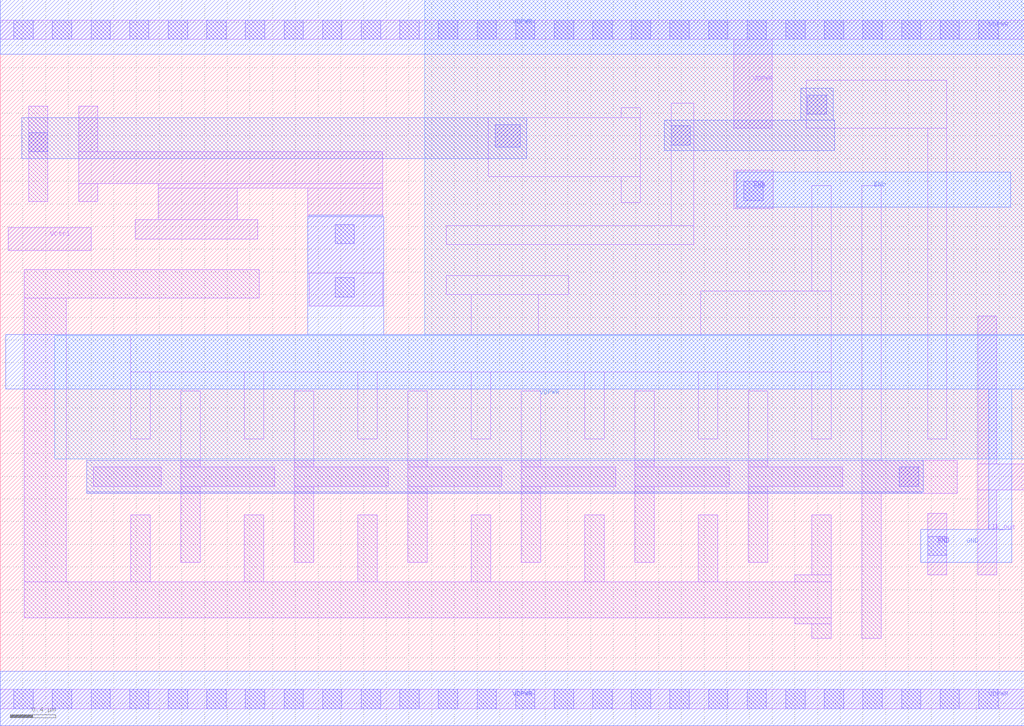
<source format=lef>
VERSION 5.7 ;
  NOWIREEXTENSIONATPIN ON ;
  DIVIDERCHAR "/" ;
  BUSBITCHARS "[]" ;
MACRO VCO
  CLASS CORE ;
  FOREIGN VCO ;
  ORIGIN 0.000 0.000 ;
  SIZE 9.020 BY 6.400 ;
  SITE unithddb1 ;
  PIN VCtrl
    DIRECTION INPUT ;
    USE SIGNAL ;
    ANTENNAGATEAREA 0.288000 ;
    PORT
      LAYER li1 ;
        RECT 0.070 4.190 0.800 4.390 ;
    END
  END VCtrl
  PIN VDPWR
    DIRECTION INOUT ;
    USE POWER ;
    PORT
      LAYER li1 ;
        RECT 0.000 0.150 9.020 0.320 ;
      LAYER mcon ;
        RECT 0.120 0.150 0.290 0.320 ;
        RECT 0.460 0.150 0.630 0.320 ;
        RECT 0.800 0.150 0.970 0.320 ;
        RECT 1.140 0.150 1.310 0.320 ;
        RECT 1.480 0.150 1.650 0.320 ;
        RECT 1.820 0.150 1.990 0.320 ;
        RECT 2.160 0.150 2.330 0.320 ;
        RECT 2.500 0.150 2.670 0.320 ;
        RECT 2.840 0.150 3.010 0.320 ;
        RECT 3.180 0.150 3.350 0.320 ;
        RECT 3.520 0.150 3.690 0.320 ;
        RECT 3.860 0.150 4.030 0.320 ;
        RECT 4.200 0.150 4.370 0.320 ;
        RECT 4.540 0.150 4.710 0.320 ;
        RECT 4.880 0.150 5.050 0.320 ;
        RECT 5.220 0.150 5.390 0.320 ;
        RECT 5.560 0.150 5.730 0.320 ;
        RECT 5.900 0.150 6.070 0.320 ;
        RECT 6.240 0.150 6.410 0.320 ;
        RECT 6.580 0.150 6.750 0.320 ;
        RECT 6.920 0.150 7.090 0.320 ;
        RECT 7.260 0.150 7.430 0.320 ;
        RECT 7.600 0.150 7.770 0.320 ;
        RECT 7.940 0.150 8.110 0.320 ;
        RECT 8.280 0.150 8.450 0.320 ;
        RECT 8.620 0.150 8.790 0.320 ;
      LAYER met1 ;
        RECT 0.000 0.000 9.020 0.480 ;
    END
    PORT
      LAYER nwell ;
        RECT 3.740 3.440 9.020 6.400 ;
        RECT 0.480 2.350 9.020 3.440 ;
      LAYER li1 ;
        RECT 0.000 6.050 9.020 6.220 ;
        RECT 6.460 5.270 6.800 6.050 ;
      LAYER mcon ;
        RECT 0.120 6.050 0.290 6.220 ;
        RECT 0.460 6.050 0.630 6.220 ;
        RECT 0.800 6.050 0.970 6.220 ;
        RECT 1.140 6.050 1.310 6.220 ;
        RECT 1.480 6.050 1.650 6.220 ;
        RECT 1.820 6.050 1.990 6.220 ;
        RECT 2.160 6.050 2.330 6.220 ;
        RECT 2.500 6.050 2.670 6.220 ;
        RECT 2.840 6.050 3.010 6.220 ;
        RECT 3.180 6.050 3.350 6.220 ;
        RECT 3.520 6.050 3.690 6.220 ;
        RECT 3.860 6.050 4.030 6.220 ;
        RECT 4.200 6.050 4.370 6.220 ;
        RECT 4.540 6.050 4.710 6.220 ;
        RECT 4.880 6.050 5.050 6.220 ;
        RECT 5.220 6.050 5.390 6.220 ;
        RECT 5.560 6.050 5.730 6.220 ;
        RECT 5.900 6.050 6.070 6.220 ;
        RECT 6.240 6.050 6.410 6.220 ;
        RECT 6.580 6.050 6.750 6.220 ;
        RECT 6.920 6.050 7.090 6.220 ;
        RECT 7.260 6.050 7.430 6.220 ;
        RECT 7.600 6.050 7.770 6.220 ;
        RECT 7.940 6.050 8.110 6.220 ;
        RECT 8.280 6.050 8.450 6.220 ;
        RECT 8.620 6.050 8.790 6.220 ;
      LAYER met1 ;
        RECT 0.000 5.920 9.020 6.400 ;
    END
  END VDPWR
  PIN GND
    DIRECTION INOUT ;
    USE GROUND ;
    PORT
      LAYER li1 ;
        RECT 0.690 5.060 0.860 5.460 ;
        RECT 0.690 4.780 3.370 5.060 ;
        RECT 0.690 4.620 0.860 4.780 ;
        RECT 1.390 4.740 3.370 4.780 ;
        RECT 1.390 4.460 2.090 4.740 ;
        RECT 2.710 4.490 3.370 4.740 ;
        RECT 1.190 4.290 2.270 4.460 ;
        RECT 2.710 3.990 3.380 4.490 ;
        RECT 2.720 3.700 3.370 3.990 ;
        RECT 8.170 1.330 8.340 1.870 ;
      LAYER mcon ;
        RECT 2.950 4.250 3.120 4.420 ;
        RECT 2.950 3.780 3.120 3.950 ;
        RECT 8.170 1.500 8.340 1.670 ;
      LAYER met1 ;
        RECT 2.720 4.490 3.370 4.500 ;
        RECT 2.710 3.450 3.380 4.490 ;
        RECT 0.050 2.970 9.020 3.450 ;
        RECT 8.710 1.730 8.910 2.970 ;
        RECT 8.110 1.440 8.910 1.730 ;
    END
  END GND
  PIN Clk_Out
    DIRECTION OUTPUT ;
    USE SIGNAL ;
    ANTENNADIFFAREA 0.469800 ;
    PORT
      LAYER li1 ;
        RECT 8.610 2.310 8.780 3.610 ;
        RECT 8.610 2.080 9.020 2.310 ;
        RECT 8.610 1.330 8.780 2.080 ;
    END
  END Clk_Out
  PIN ENb
    DIRECTION INPUT ;
    USE SIGNAL ;
    ANTENNAGATEAREA 0.063000 ;
    PORT
      LAYER li1 ;
        RECT 6.460 4.560 6.810 4.900 ;
      LAYER mcon ;
        RECT 6.550 4.630 6.720 4.800 ;
      LAYER met1 ;
        RECT 6.490 4.570 8.900 4.880 ;
    END
  END ENb
  OBS
      LAYER li1 ;
        RECT 0.250 4.620 0.420 5.460 ;
        RECT 5.470 5.360 5.640 5.450 ;
        RECT 4.300 4.840 5.640 5.360 ;
        RECT 5.470 4.610 5.640 4.840 ;
        RECT 5.910 4.410 6.110 5.490 ;
        RECT 7.100 5.270 8.340 5.690 ;
        RECT 3.930 4.240 6.110 4.410 ;
        RECT 0.210 3.770 2.280 4.020 ;
        RECT 3.930 3.800 5.010 3.970 ;
        RECT 7.150 3.830 7.320 4.760 ;
        RECT 0.210 1.270 0.580 3.770 ;
        RECT 4.150 3.440 4.740 3.800 ;
        RECT 6.170 3.440 7.320 3.830 ;
        RECT 1.150 3.120 7.320 3.440 ;
        RECT 1.150 2.530 1.320 3.120 ;
        RECT 1.590 2.280 1.760 2.950 ;
        RECT 2.150 2.530 2.320 3.120 ;
        RECT 2.590 2.280 2.760 2.950 ;
        RECT 3.150 2.530 3.320 3.120 ;
        RECT 3.590 2.280 3.760 2.950 ;
        RECT 4.150 2.530 4.320 3.120 ;
        RECT 4.590 2.280 4.760 2.950 ;
        RECT 5.150 2.530 5.320 3.120 ;
        RECT 5.590 2.280 5.760 2.950 ;
        RECT 6.150 2.530 6.320 3.120 ;
        RECT 6.590 2.280 6.760 2.950 ;
        RECT 7.150 2.530 7.320 3.120 ;
        RECT 7.590 2.340 7.760 4.760 ;
        RECT 8.170 2.530 8.340 5.270 ;
        RECT 0.820 2.110 1.420 2.280 ;
        RECT 1.590 2.110 2.420 2.280 ;
        RECT 2.590 2.110 3.420 2.280 ;
        RECT 3.590 2.110 4.420 2.280 ;
        RECT 4.590 2.110 5.420 2.280 ;
        RECT 5.590 2.110 6.420 2.280 ;
        RECT 6.590 2.110 7.420 2.280 ;
        RECT 1.150 1.270 1.320 1.860 ;
        RECT 1.590 1.440 1.760 2.110 ;
        RECT 2.150 1.270 2.320 1.860 ;
        RECT 2.590 1.440 2.760 2.110 ;
        RECT 3.150 1.270 3.320 1.860 ;
        RECT 3.590 1.440 3.760 2.110 ;
        RECT 4.150 1.270 4.320 1.860 ;
        RECT 4.590 1.440 4.760 2.110 ;
        RECT 5.150 1.270 5.320 1.860 ;
        RECT 5.590 1.440 5.760 2.110 ;
        RECT 6.150 1.270 6.320 1.860 ;
        RECT 6.590 1.440 6.760 2.110 ;
        RECT 7.590 2.050 8.430 2.340 ;
        RECT 7.150 1.330 7.320 1.860 ;
        RECT 7.000 1.270 7.320 1.330 ;
        RECT 0.210 0.950 7.320 1.270 ;
        RECT 7.000 0.900 7.320 0.950 ;
        RECT 7.150 0.770 7.320 0.900 ;
        RECT 7.590 0.770 7.760 2.050 ;
      LAYER mcon ;
        RECT 0.250 5.060 0.420 5.230 ;
        RECT 4.360 5.100 4.580 5.300 ;
        RECT 5.910 5.120 6.080 5.290 ;
        RECT 7.110 5.390 7.280 5.560 ;
        RECT 7.920 2.110 8.090 2.280 ;
      LAYER met1 ;
        RECT 0.190 5.000 4.640 5.360 ;
        RECT 7.050 5.340 7.340 5.620 ;
        RECT 5.850 5.070 7.350 5.340 ;
        RECT 0.760 2.060 8.130 2.340 ;
        RECT 0.760 2.050 8.120 2.060 ;
  END
END VCO
END LIBRARY


</source>
